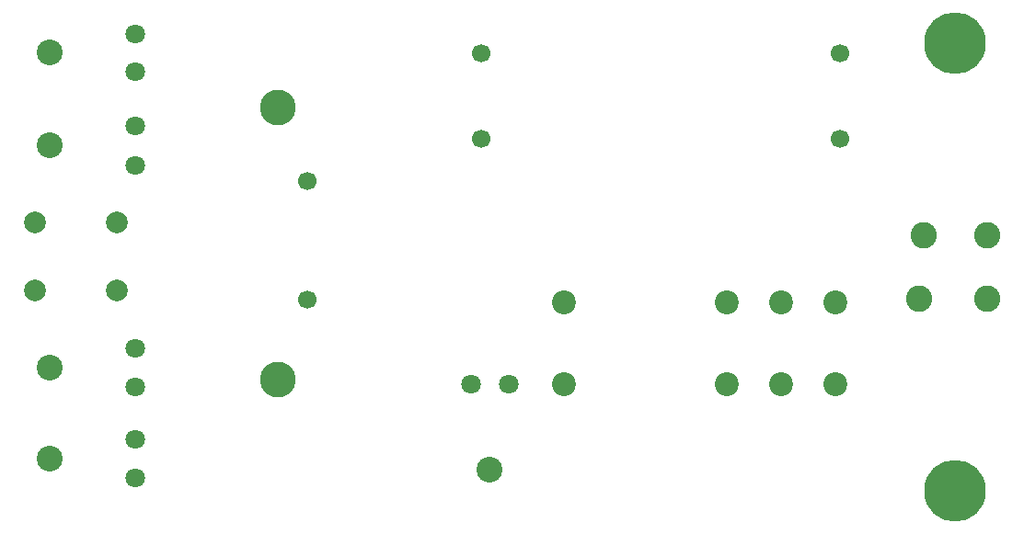
<source format=gbr>
G04 #@! TF.FileFunction,Soldermask,Bot*
%FSLAX46Y46*%
G04 Gerber Fmt 4.6, Leading zero omitted, Abs format (unit mm)*
G04 Created by KiCad (PCBNEW 4.0.7-e2-6376~58~ubuntu16.04.1) date Tue Feb  6 09:54:40 2018*
%MOMM*%
%LPD*%
G01*
G04 APERTURE LIST*
%ADD10C,0.100000*%
%ADD11C,2.420000*%
%ADD12C,5.680000*%
%ADD13C,2.200000*%
%ADD14C,2.000000*%
%ADD15C,1.700000*%
%ADD16C,3.300000*%
%ADD17C,1.797000*%
%ADD18C,2.381000*%
G04 APERTURE END LIST*
D10*
D11*
X185564000Y-55880000D03*
X186000000Y-50040000D03*
X191850000Y-50040000D03*
X191850000Y-55880000D03*
D12*
X188930000Y-32350000D03*
X188930000Y-73570000D03*
D13*
X172908000Y-56254000D03*
X172908000Y-63754000D03*
X167908000Y-63754000D03*
X152908000Y-63754000D03*
X152908000Y-56254000D03*
X167908000Y-56254000D03*
X177908000Y-63754000D03*
X177908000Y-56254000D03*
D14*
X104267000Y-55118000D03*
X111767000Y-55128000D03*
X111760000Y-48895000D03*
X104260000Y-48885000D03*
D15*
X178308000Y-41148000D03*
X145308000Y-41148000D03*
X178308000Y-33274000D03*
X145308000Y-33274000D03*
X129286000Y-56007000D03*
X129286000Y-45107000D03*
D16*
X126616000Y-63320000D03*
X126616000Y-38280000D03*
D17*
X113500000Y-64000000D03*
X113500000Y-60500000D03*
D18*
X105590000Y-62250000D03*
D17*
X113500000Y-43669000D03*
X113500000Y-40000000D03*
D18*
X105590000Y-41750000D03*
D17*
X113500000Y-35000000D03*
X113500000Y-31500000D03*
D18*
X105590000Y-33250000D03*
D17*
X147828000Y-63754000D03*
X144328000Y-63754000D03*
D18*
X146078000Y-71664000D03*
D17*
X113500000Y-72390000D03*
X113500000Y-68890000D03*
D18*
X105590000Y-70640000D03*
M02*

</source>
